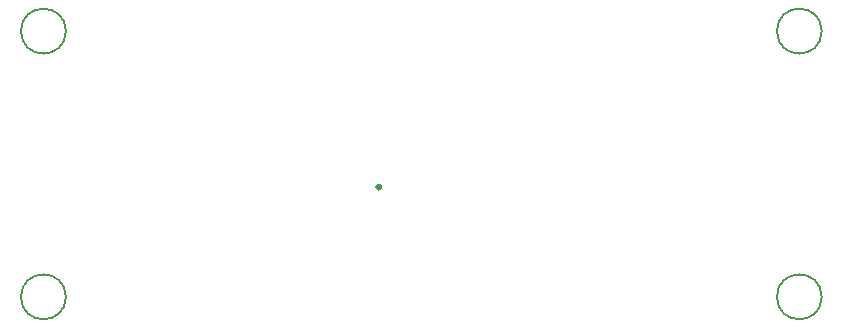
<source format=gbr>
%TF.GenerationSoftware,KiCad,Pcbnew,8.0.1*%
%TF.CreationDate,2025-02-04T00:39:20-05:00*%
%TF.ProjectId,glove-v3-right,676c6f76-652d-4763-932d-72696768742e,rev?*%
%TF.SameCoordinates,Original*%
%TF.FileFunction,Other,Comment*%
%FSLAX46Y46*%
G04 Gerber Fmt 4.6, Leading zero omitted, Abs format (unit mm)*
G04 Created by KiCad (PCBNEW 8.0.1) date 2025-02-04 00:39:20*
%MOMM*%
%LPD*%
G01*
G04 APERTURE LIST*
%ADD10C,0.150000*%
%ADD11C,0.300000*%
G04 APERTURE END LIST*
D10*
%TO.C,REF\u002A\u002A*%
X115950000Y-34550000D02*
G75*
G02*
X112150000Y-34550000I-1900000J0D01*
G01*
X112150000Y-34550000D02*
G75*
G02*
X115950000Y-34550000I1900000J0D01*
G01*
X179950000Y-57050000D02*
G75*
G02*
X176150000Y-57050000I-1900000J0D01*
G01*
X176150000Y-57050000D02*
G75*
G02*
X179950000Y-57050000I1900000J0D01*
G01*
X115950000Y-57050000D02*
G75*
G02*
X112150000Y-57050000I-1900000J0D01*
G01*
X112150000Y-57050000D02*
G75*
G02*
X115950000Y-57050000I1900000J0D01*
G01*
D11*
%TO.C,U2*%
X142610000Y-47750000D02*
G75*
G02*
X142310000Y-47750000I-150000J0D01*
G01*
X142310000Y-47750000D02*
G75*
G02*
X142610000Y-47750000I150000J0D01*
G01*
D10*
%TO.C,REF\u002A\u002A*%
X179950000Y-34550000D02*
G75*
G02*
X176150000Y-34550000I-1900000J0D01*
G01*
X176150000Y-34550000D02*
G75*
G02*
X179950000Y-34550000I1900000J0D01*
G01*
%TD*%
M02*

</source>
